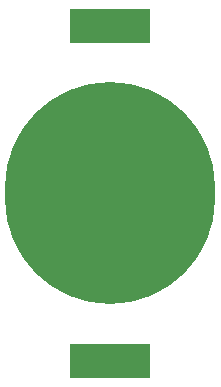
<source format=gbr>
G04 DipTrace 3.2.0.1*
G04 TopPaste.gbr*
%MOIN*%
G04 #@! TF.FileFunction,Paste,Top*
G04 #@! TF.Part,Single*
%ADD55O,0.700787X0.740157*%
%ADD57R,0.267717X0.114173*%
%FSLAX26Y26*%
G04*
G70*
G90*
G75*
G01*
G04 TopPaste*
%LPD*%
D57*
X0Y809252D3*
Y-307283D3*
D55*
Y250984D3*
M02*

</source>
